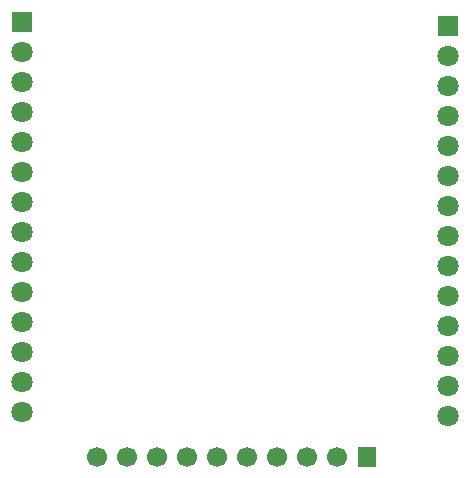
<source format=gbl>
G04 Layer: BottomLayer*
G04 EasyEDA v6.5.51, 2025-12-30 14:59:57*
G04 e2b6940d57744ff6b67d484dd8a43087,29e69997831044be9a653ea2d9381927,10*
G04 Gerber Generator version 0.2*
G04 Scale: 100 percent, Rotated: No, Reflected: No *
G04 Dimensions in millimeters *
G04 leading zeros omitted , absolute positions ,4 integer and 5 decimal *
%FSLAX45Y45*%
%MOMM*%

%ADD10C,1.7000*%
%ADD11R,1.5748X1.7000*%
%ADD12R,1.8000X1.8000*%
%ADD13C,1.8000*%
%ADD14C,0.0110*%

%LPD*%
D10*
G01*
X4229100Y1993900D03*
G01*
X4483100Y1993900D03*
G01*
X4737100Y1993900D03*
G01*
X4991100Y1993900D03*
G01*
X5245100Y1993900D03*
G01*
X5499100Y1993900D03*
G01*
X5753100Y1993900D03*
G01*
X6007100Y1993900D03*
G01*
X6261100Y1993900D03*
D11*
G01*
X6515100Y1993900D03*
D12*
G01*
X7200900Y5638800D03*
D13*
G01*
X7200900Y5384800D03*
G01*
X7200900Y5130800D03*
G01*
X7200900Y4876800D03*
G01*
X7200900Y4622800D03*
G01*
X7200900Y4368800D03*
G01*
X7200900Y4114800D03*
G01*
X7200900Y3860800D03*
G01*
X7200900Y3606800D03*
G01*
X7200900Y3352800D03*
G01*
X7200900Y3098800D03*
G01*
X7200900Y2844800D03*
G01*
X7200900Y2590800D03*
G01*
X7200900Y2336800D03*
D12*
G01*
X3594100Y5676900D03*
D13*
G01*
X3594100Y5422900D03*
G01*
X3594100Y5168900D03*
G01*
X3594100Y4914900D03*
G01*
X3594100Y4660900D03*
G01*
X3594100Y4406900D03*
G01*
X3594100Y4152900D03*
G01*
X3594100Y3898900D03*
G01*
X3594100Y3644900D03*
G01*
X3594100Y3390900D03*
G01*
X3594100Y3136900D03*
G01*
X3594100Y2882900D03*
G01*
X3594100Y2628900D03*
G01*
X3594100Y2374900D03*
M02*

</source>
